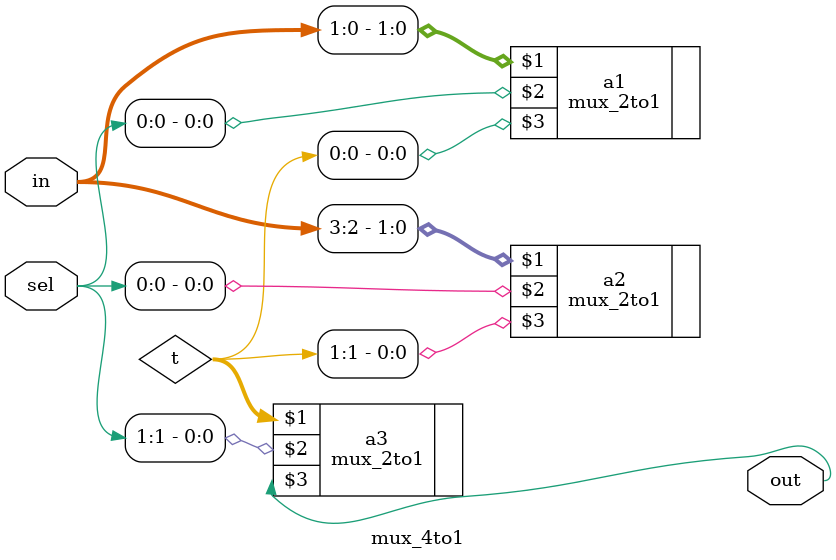
<source format=v>
`timescale 1ns / 1ps


module mux_4to1(
    input [3:0] in,
    input [1:0] sel,
    output out
    );
    wire [1:0]t;
    mux_2to1 a1(in[1:0],sel[0],t[0]);
    mux_2to1 a2(in[3:2],sel[0],t[1]);
    mux_2to1 a3(t[1:0],sel[1],out);
endmodule

</source>
